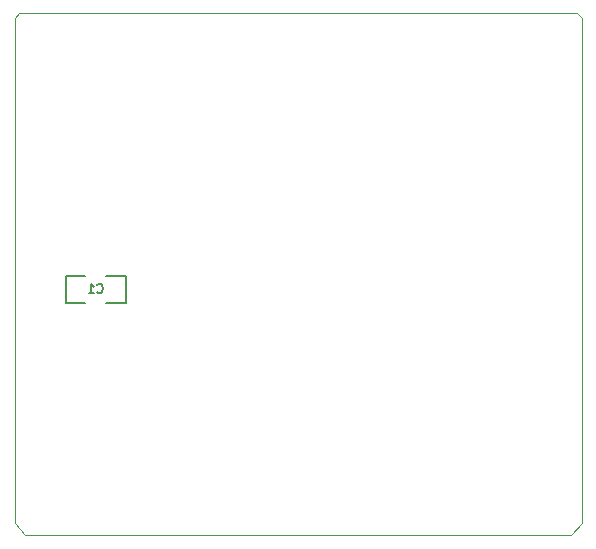
<source format=gbo>
G04 (created by PCBNEW (2013-07-07 BZR 4022)-stable) date 27/12/2022 09:25:50*
%MOIN*%
G04 Gerber Fmt 3.4, Leading zero omitted, Abs format*
%FSLAX34Y34*%
G01*
G70*
G90*
G04 APERTURE LIST*
%ADD10C,0.00590551*%
%ADD11C,0.00393701*%
%ADD12C,0.005*%
G04 APERTURE END LIST*
G54D10*
G54D11*
X0Y-17000D02*
X350Y-17400D01*
X18550Y-17400D02*
X350Y-17400D01*
X18900Y-17000D02*
X18900Y-150D01*
X0Y-17000D02*
X0Y-150D01*
X18900Y-17000D02*
X18550Y-17400D01*
X18750Y0D02*
X18900Y-150D01*
X150Y0D02*
X18750Y0D01*
X0Y-150D02*
X150Y0D01*
G54D12*
X1700Y-9650D02*
X1700Y-8750D01*
X1700Y-8750D02*
X2350Y-8750D01*
X3050Y-9650D02*
X3700Y-9650D01*
X3700Y-9650D02*
X3700Y-8750D01*
X3700Y-8750D02*
X3050Y-8750D01*
X2350Y-9650D02*
X1700Y-9650D01*
X2750Y-9292D02*
X2764Y-9307D01*
X2807Y-9321D01*
X2835Y-9321D01*
X2878Y-9307D01*
X2907Y-9278D01*
X2921Y-9250D01*
X2935Y-9192D01*
X2935Y-9150D01*
X2921Y-9092D01*
X2907Y-9064D01*
X2878Y-9035D01*
X2835Y-9021D01*
X2807Y-9021D01*
X2764Y-9035D01*
X2750Y-9050D01*
X2464Y-9321D02*
X2635Y-9321D01*
X2550Y-9321D02*
X2550Y-9021D01*
X2578Y-9064D01*
X2607Y-9092D01*
X2635Y-9107D01*
M02*

</source>
